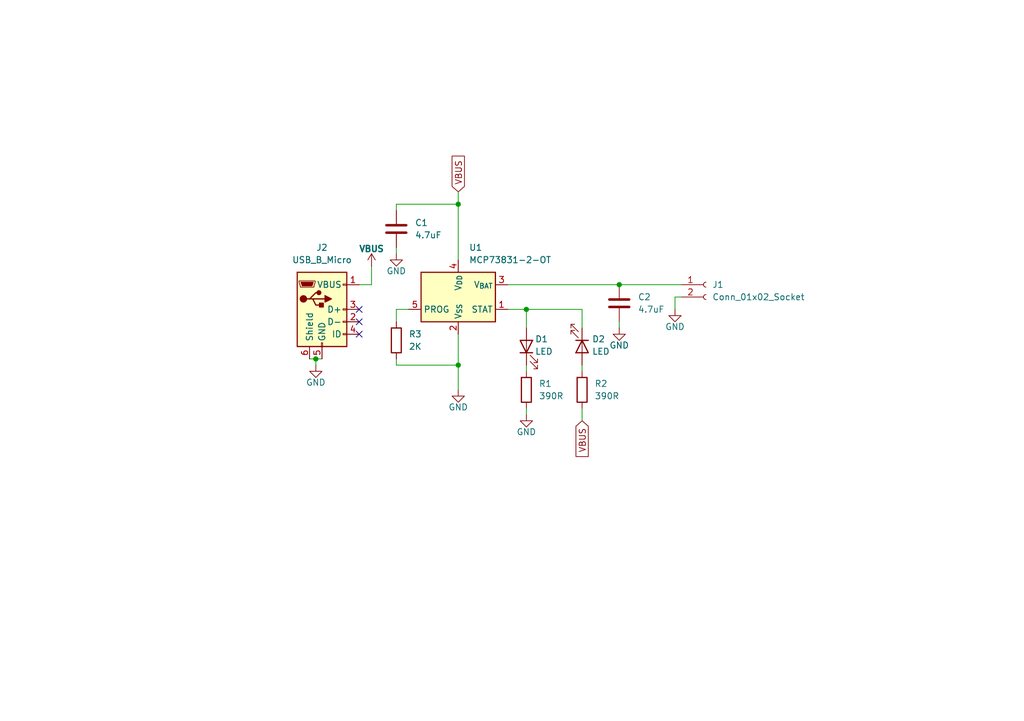
<source format=kicad_sch>
(kicad_sch (version 20231120) (generator "eeschema") (generator_version "8.0")
  (paper "A5")
  (lib_symbols
    (symbol "Battery_Management:MCP73831-2-OT"
      (property "Reference" "U" (at -7.62 6.35 0))
      (property "Value" "MCP73831-2-OT" (at 1.27 6.35 0))
      (symbol "MCP73831-2-OT_0_1"
        (rectangle (start -7.62 5.08) (end 7.62 -5.08) (stroke (width 0.254)) (fill (type background)))
      )
      (symbol "MCP73831-2-OT_1_1"
        (pin tri_state line (at 10.16 -2.54 180) (length 2.54) (name "STAT") (number "1"))
        (pin power_in line (at 0 -7.62 90) (length 2.54) (name "V_{SS}") (number "2"))
        (pin power_out line (at 10.16 2.54 180) (length 2.54) (name "V_{BAT}") (number "3"))
        (pin power_in line (at 0 7.62 270) (length 2.54) (name "V_{DD}") (number "4"))
        (pin input line (at -10.16 -2.54 0) (length 2.54) (name "PROG") (number "5"))
      )
    )
    (symbol "Connector:Conn_01x02_Socket" (pin_names (offset 1.016) hide)
      (property "Reference" "J" (at 0 2.54 0))
      (property "Value" "Conn_01x02_Socket" (at 0 -5.08 0))
      (symbol "Conn_01x02_Socket_1_1"
        (arc (start 0 -2.032) (mid -0.5058 -2.54) (end 0 -3.048) (stroke (width 0.1524)))
        (polyline (pts (xy -1.27 -2.54) (xy -0.508 -2.54)) (stroke (width 0.1524)))
        (polyline (pts (xy -1.27 0) (xy -0.508 0)) (stroke (width 0.1524)))
        (arc (start 0 0.508) (mid -0.5058 0) (end 0 -0.508) (stroke (width 0.1524)))
        (pin passive line (at -5.08 0 0) (length 3.81) (name "Pin_1") (number "1"))
        (pin passive line (at -5.08 -2.54 0) (length 3.81) (name "Pin_2") (number "2"))
      )
    )
    (symbol "Connector:USB_B_Micro" (pin_names (offset 1.016))
      (property "Reference" "J" (at -5.08 11.43 0))
      (property "Value" "USB_B_Micro" (at -5.08 8.89 0))
      (symbol "USB_B_Micro_0_1"
        (rectangle (start -5.08 -7.62) (end 5.08 7.62) (stroke (width 0.254)) (fill (type background)))
        (circle (center -3.81 2.159) (radius 0.635) (stroke (width 0.254)) (fill (type outline)))
        (circle (center -0.635 3.429) (radius 0.381) (stroke (width 0.254)) (fill (type outline)))
        (rectangle (start -0.127 -7.62) (end 0.127 -6.858))
        (polyline (pts (xy -1.905 2.159) (xy 0.635 2.159)) (stroke (width 0.254)))
        (polyline (pts (xy -3.175 2.159) (xy -2.54 2.159) (xy -1.27 3.429) (xy -0.635 3.429)) (stroke (width 0.254)))
        (polyline (pts (xy -2.54 2.159) (xy -1.905 2.159) (xy -1.27 0.889) (xy 0 0.889)) (stroke (width 0.254)))
        (polyline (pts (xy 0.635 2.794) (xy 0.635 1.524) (xy 1.905 2.159) (xy 0.635 2.794)) (stroke (width 0.254)) (fill (type outline)))
        (polyline (pts (xy -4.318 5.588) (xy -1.778 5.588) (xy -2.032 4.826) (xy -4.064 4.826) (xy -4.318 5.588)) (fill (type outline)))
        (polyline (pts (xy -4.699 5.842) (xy -4.699 5.588) (xy -4.445 4.826) (xy -4.445 4.572) (xy -1.651 4.572) (xy -1.651 4.826) (xy -1.397 5.588) (xy -1.397 5.842) (xy -4.699 5.842)))
        (rectangle (start 0.254 1.27) (end -0.508 0.508) (stroke (width 0.254)) (fill (type outline)))
        (rectangle (start 5.08 -5.207) (end 4.318 -4.953))
        (rectangle (start 5.08 -2.667) (end 4.318 -2.413))
        (rectangle (start 5.08 -0.127) (end 4.318 0.127))
        (rectangle (start 5.08 4.953) (end 4.318 5.207))
      )
      (symbol "USB_B_Micro_1_1"
        (pin power_out line (at 7.62 5.08 180) (length 2.54) (name "VBUS") (number "1"))
        (pin bidirectional line (at 7.62 -2.54 180) (length 2.54) (name "D-") (number "2"))
        (pin bidirectional line (at 7.62 0 180) (length 2.54) (name "D+") (number "3"))
        (pin passive line (at 7.62 -5.08 180) (length 2.54) (name "ID") (number "4"))
        (pin power_out line (at 0 -10.16 90) (length 2.54) (name "GND") (number "5"))
        (pin passive line (at -2.54 -10.16 90) (length 2.54) (name "Shield") (number "6"))
      )
    )
    (symbol "Device:C" (pin_numbers hide) (pin_names (offset 0.254))
      (property "Reference" "C" (at 0.635 2.54 0))
      (property "Value" "C" (at 0.635 -2.54 0))
      (symbol "C_0_1"
        (polyline (pts (xy -2.032 -0.762) (xy 2.032 -0.762)) (stroke (width 0.508)))
        (polyline (pts (xy -2.032 0.762) (xy 2.032 0.762)) (stroke (width 0.508)))
      )
      (symbol "C_1_1"
        (pin passive line (at 0 3.81 270) (length 2.794) (name "~") (number "1"))
        (pin passive line (at 0 -3.81 90) (length 2.794) (name "~") (number "2"))
      )
    )
    (symbol "Device:LED" (pin_numbers hide) (pin_names (offset 1.016) hide)
      (property "Reference" "D" (at 0 2.54 0))
      (property "Value" "LED" (at 0 -2.54 0))
      (symbol "LED_0_1"
        (polyline (pts (xy -1.27 -1.27) (xy -1.27 1.27)) (stroke (width 0.254)))
        (polyline (pts (xy -1.27 0) (xy 1.27 0)))
        (polyline (pts (xy 1.27 -1.27) (xy 1.27 1.27) (xy -1.27 0) (xy 1.27 -1.27)) (stroke (width 0.254)))
        (polyline (pts (xy -3.048 -0.762) (xy -4.572 -2.286) (xy -3.81 -2.286) (xy -4.572 -2.286) (xy -4.572 -1.524)))
        (polyline (pts (xy -1.778 -0.762) (xy -3.302 -2.286) (xy -2.54 -2.286) (xy -3.302 -2.286) (xy -3.302 -1.524)))
      )
      (symbol "LED_1_1"
        (pin passive line (at -3.81 0 0) (length 2.54) (name "K") (number "1"))
        (pin passive line (at 3.81 0 180) (length 2.54) (name "A") (number "2"))
      )
    )
    (symbol "Device:R" (pin_numbers hide) (pin_names (offset 0))
      (property "Reference" "R" (at 2.032 0 90))
      (property "Value" "R" (at 0 0 90))
      (symbol "R_0_1"
        (rectangle (start -1.016 -2.54) (end 1.016 2.54) (stroke (width 0.254)))
      )
      (symbol "R_1_1"
        (pin passive line (at 0 3.81 270) (length 1.27) (name "~") (number "1"))
        (pin passive line (at 0 -3.81 90) (length 1.27) (name "~") (number "2"))
      )
    )
    (symbol "power:GND" (power) (pin_numbers hide) (pin_names (offset 0) hide)
      (property "Value" "GND" (at 0 -3.81 0))
      (symbol "GND_0_1"
        (polyline (pts (xy 0 0) (xy 0 -1.27) (xy 1.27 -1.27) (xy 0 -2.54) (xy -1.27 -1.27) (xy 0 -1.27)))
      )
      (symbol "GND_1_1"
        (pin power_in line (at 0 0 270) (length 0) (name "~") (number "1"))
      )
    )
    (symbol "power:VBUS" (power) (pin_numbers hide) (pin_names (offset 0) hide)
      (property "Value" "VBUS" (at 0 3.556 0))
      (symbol "VBUS_0_1"
        (polyline (pts (xy -0.762 1.27) (xy 0 2.54)))
        (polyline (pts (xy 0 0) (xy 0 2.54)))
        (polyline (pts (xy 0 2.54) (xy 0.762 1.27)))
      )
      (symbol "VBUS_1_1"
        (pin power_in line (at 0 0 90) (length 0) (name "~") (number "1"))
      )
    )
  )
  (junction (at 127 58.42))
  (junction (at 93.98 41.91))
  (junction (at 64.77 73.66))
  (junction (at 107.95 63.5))
  (junction (at 93.98 74.93))
  (no_connect (at 73.66 63.5))
  (no_connect (at 73.66 66.04))
  (no_connect (at 73.66 68.58))
  (wire (pts (xy 119.38 74.93) (xy 119.38 76.2)))
  (wire (pts (xy 81.28 41.91) (xy 93.98 41.91)))
  (wire (pts (xy 107.95 74.93) (xy 107.95 76.2)))
  (wire (pts (xy 81.28 73.66) (xy 81.28 74.93)))
  (wire (pts (xy 119.38 67.31) (xy 119.38 63.5)))
  (wire (pts (xy 138.43 63.5) (xy 138.43 60.96)))
  (wire (pts (xy 104.14 58.42) (xy 127 58.42)))
  (wire (pts (xy 93.98 80.01) (xy 93.98 74.93)))
  (wire (pts (xy 64.77 73.66) (xy 64.77 74.93)))
  (wire (pts (xy 83.82 63.5) (xy 81.28 63.5)))
  (wire (pts (xy 93.98 39.37) (xy 93.98 41.91)))
  (wire (pts (xy 81.28 74.93) (xy 93.98 74.93)))
  (wire (pts (xy 93.98 41.91) (xy 93.98 53.34)))
  (wire (pts (xy 64.77 73.66) (xy 63.5 73.66)))
  (wire (pts (xy 81.28 43.18) (xy 81.28 41.91)))
  (wire (pts (xy 76.2 58.42) (xy 73.66 58.42)))
  (wire (pts (xy 107.95 63.5) (xy 119.38 63.5)))
  (wire (pts (xy 81.28 63.5) (xy 81.28 66.04)))
  (wire (pts (xy 107.95 85.09) (xy 107.95 83.82)))
  (wire (pts (xy 127 67.31) (xy 127 66.04)))
  (wire (pts (xy 107.95 63.5) (xy 107.95 67.31)))
  (wire (pts (xy 64.77 73.66) (xy 66.04 73.66)))
  (wire (pts (xy 76.2 54.61) (xy 76.2 58.42)))
  (wire (pts (xy 93.98 74.93) (xy 93.98 68.58)))
  (wire (pts (xy 127 58.42) (xy 139.7 58.42)))
  (wire (pts (xy 104.14 63.5) (xy 107.95 63.5)))
  (wire (pts (xy 81.28 50.8) (xy 81.28 52.07)))
  (wire (pts (xy 119.38 86.36) (xy 119.38 83.82)))
  (wire (pts (xy 138.43 60.96) (xy 139.7 60.96)))
  (global_label "VBUS" (shape input) (at 93.98 39.37 90) (property "Intersheetrefs" "${INTERSHEET_REFS}" (effects (hide yes))))
  (global_label "VBUS" (shape input) (at 119.38 86.36 270) (property "Intersheetrefs" "${INTERSHEET_REFS}" (effects (hide yes))))
  (symbol (lib_id "power:GND") (at 107.95 85.09 0) (unit 1)
    (property "Reference" "#PWR02" (effects (hide yes)))
    (property "Value" "GND" (at 107.95 88.646 0))
    (property "Description" "Power symbol creates a global label with name \"GND\" , ground" (effects (hide yes)))
  )
  (symbol (lib_id "Connector:Conn_01x02_Socket") (at 144.78 58.42 0) (unit 1)
    (property "Reference" "J1" (at 146.05 58.4199 0) (effects (justify left)))
    (property "Value" "Conn_01x02_Socket" (at 146.05 60.9599 0) (effects (justify left)))
    (property "Footprint" "Connector_JST:JST_XA_B02B-XASK-1_1x02_P2.50mm_Vertical" (effects (hide yes)))
    (property "Description" "Generic connector, single row, 01x02, script generated" (effects (hide yes)))
  )
  (symbol (lib_id "Device:C") (at 127 62.23 0) (unit 1)
    (property "Reference" "C2" (at 130.81 60.9599 0) (effects (justify left)))
    (property "Value" "4.7uF" (at 130.81 63.4999 0) (effects (justify left)))
    (property "Footprint" "Capacitor_SMD:C_0805_2012Metric_Pad1.18x1.45mm_HandSolder" (effects (hide yes)))
    (property "Description" "Unpolarized capacitor" (effects (hide yes)))
  )
  (symbol (lib_id "power:GND") (at 138.43 63.5 0) (unit 1)
    (property "Reference" "#PWR05" (effects (hide yes)))
    (property "Value" "GND" (at 138.43 67.056 0))
    (property "Description" "Power symbol creates a global label with name \"GND\" , ground" (effects (hide yes)))
  )
  (symbol (lib_id "Device:R") (at 119.38 80.01 0) (unit 1)
    (property "Reference" "R2" (at 121.92 78.7399 0) (effects (justify left)))
    (property "Value" "390R" (at 121.92 81.2799 0) (effects (justify left)))
    (property "Footprint" "Resistor_SMD:R_1206_3216Metric_Pad1.30x1.75mm_HandSolder" (effects (hide yes)))
    (property "Description" "Resistor" (effects (hide yes)))
  )
  (symbol (lib_id "power:GND") (at 93.98 80.01 0) (unit 1)
    (property "Reference" "#PWR03" (effects (hide yes)))
    (property "Value" "GND" (at 93.98 83.566 0))
    (property "Description" "Power symbol creates a global label with name \"GND\" , ground" (effects (hide yes)))
  )
  (symbol (lib_id "power:GND") (at 81.28 52.07 0) (unit 1)
    (property "Reference" "#PWR01" (effects (hide yes)))
    (property "Value" "GND" (at 81.28 55.626 0))
    (property "Description" "Power symbol creates a global label with name \"GND\" , ground" (effects (hide yes)))
  )
  (symbol (lib_id "power:GND") (at 127 67.31 0) (unit 1)
    (property "Reference" "#PWR04" (effects (hide yes)))
    (property "Value" "GND" (at 127 70.866 0))
    (property "Description" "Power symbol creates a global label with name \"GND\" , ground" (effects (hide yes)))
  )
  (symbol (lib_id "power:VBUS") (at 76.2 54.61 0) (unit 1)
    (property "Reference" "#PWR07" (effects (hide yes)))
    (property "Value" "VBUS" (at 76.2 51.054 0) (effects (font (bold yes))))
    (property "Description" "Power symbol creates a global label with name \"VBUS\"" (effects (hide yes)))
  )
  (symbol (lib_id "Device:C") (at 81.28 46.99 0) (unit 1)
    (property "Reference" "C1" (at 85.09 45.7199 0) (effects (justify left)))
    (property "Value" "4.7uF" (at 85.09 48.2599 0) (effects (justify left)))
    (property "Footprint" "Capacitor_SMD:C_0805_2012Metric_Pad1.18x1.45mm_HandSolder" (effects (hide yes)))
    (property "Description" "Unpolarized capacitor" (effects (hide yes)))
  )
  (symbol (lib_id "Battery_Management:MCP73831-2-OT") (at 93.98 60.96 0) (unit 1)
    (property "Reference" "U1" (at 96.1741 50.8 0) (effects (justify left)))
    (property "Value" "MCP73831-2-OT" (at 96.1741 53.34 0) (effects (justify left)))
    (property "Footprint" "Package_TO_SOT_SMD:SOT-23-5" (effects (hide yes)))
    (property "Datasheet" "http://ww1.microchip.com/downloads/en/DeviceDoc/20001984g.pdf" (effects (hide yes)))
    (property "Description" "Single cell, Li-Ion/Li-Po charge management controller, 4.20V, Tri-State Status Output, in SOT23-5 package" (effects (hide yes)))
  )
  (symbol (lib_id "Device:R") (at 81.28 69.85 0) (unit 1)
    (property "Reference" "R3" (at 83.82 68.5799 0) (effects (justify left)))
    (property "Value" "2K" (at 83.82 71.1199 0) (effects (justify left)))
    (property "Footprint" "Resistor_SMD:R_1206_3216Metric_Pad1.30x1.75mm_HandSolder" (effects (hide yes)))
    (property "Description" "Resistor" (effects (hide yes)))
  )
  (symbol (lib_id "Connector:USB_B_Micro") (at 66.04 63.5 0) (unit 1)
    (property "Reference" "J2" (at 66.04 50.8 0))
    (property "Value" "USB_B_Micro" (at 66.04 53.34 0))
    (property "Footprint" "easyeda2kicad:MICRO-USB_MICRO-USB-32" (effects (hide yes)))
    (property "Description" "USB Micro Type B connector" (effects (hide yes)))
  )
  (symbol (lib_id "Device:LED") (at 107.95 71.12 90) (unit 1)
    (property "Reference" "D1" (at 109.728 69.596 90) (effects (justify right)))
    (property "Value" "LED" (at 109.728 72.136 90) (effects (justify right)))
    (property "Footprint" "LED_SMD:LED_1206_3216Metric_Pad1.42x1.75mm_HandSolder" (effects (hide yes)))
    (property "Description" "Light emitting diode" (effects (hide yes)))
  )
  (symbol (lib_id "power:GND") (at 64.77 74.93 0) (unit 1)
    (property "Reference" "#PWR06" (effects (hide yes)))
    (property "Value" "GND" (at 64.77 78.486 0))
    (property "Description" "Power symbol creates a global label with name \"GND\" , ground" (effects (hide yes)))
  )
  (symbol (lib_id "Device:LED") (at 119.38 71.12 270) (unit 1)
    (property "Reference" "D2" (at 121.412 69.596 90) (effects (justify left)))
    (property "Value" "LED" (at 121.412 72.136 90) (effects (justify left)))
    (property "Footprint" "LED_SMD:LED_1206_3216Metric_Pad1.42x1.75mm_HandSolder" (effects (hide yes)))
    (property "Description" "Light emitting diode" (effects (hide yes)))
  )
  (symbol (lib_id "Device:R") (at 107.95 80.01 0) (unit 1)
    (property "Reference" "R1" (at 110.49 78.7399 0) (effects (justify left)))
    (property "Value" "390R" (at 110.49 81.2799 0) (effects (justify left)))
    (property "Footprint" "Resistor_SMD:R_1206_3216Metric_Pad1.30x1.75mm_HandSolder" (effects (hide yes)))
    (property "Description" "Resistor" (effects (hide yes)))
  )
)
</source>
